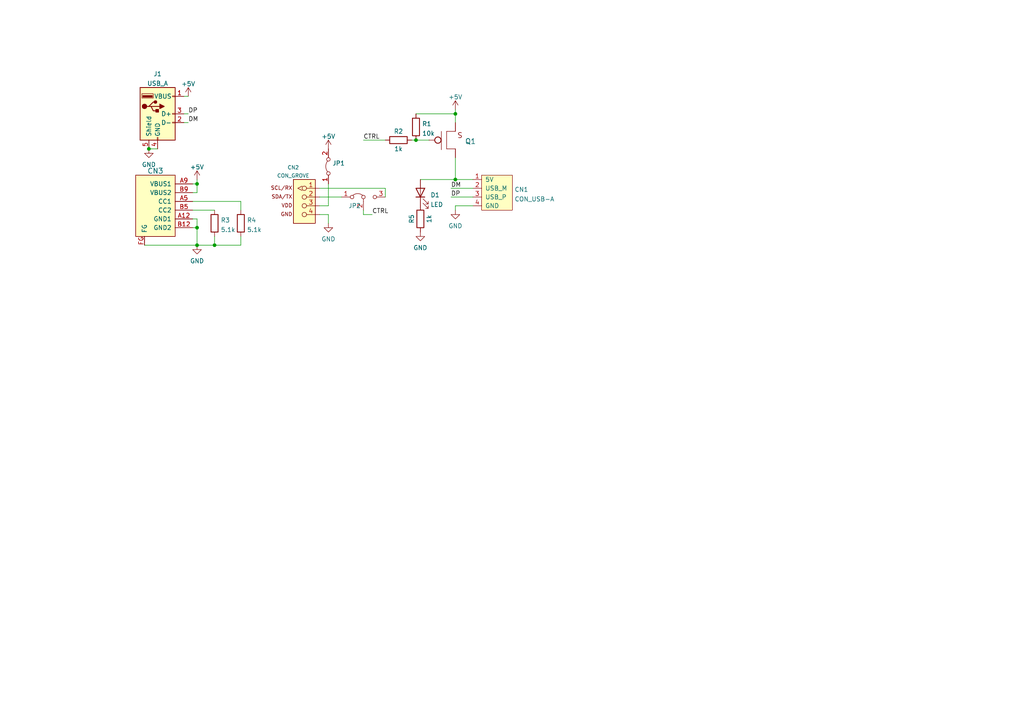
<source format=kicad_sch>
(kicad_sch (version 20211123) (generator eeschema)
  (paper "A4")
  (lib_symbols
    (symbol "Connector:USB_A" (pin_names (offset 1.016))
      (property "Reference" "J" (at -5.08 11.43 0))
      (property "Value" "USB_A" (at -5.08 8.89 0))
      (symbol "USB_A_0_1"
        (rectangle (start -5.08 -7.62) (end 5.08 7.62) (stroke (width 0.254)) (fill (type background)))
        (circle (center -3.81 2.159) (radius 0.635) (stroke (width 0.254)) (fill (type outline)))
        (rectangle (start -1.524 4.826) (end -4.318 5.334) (fill (type outline)))
        (rectangle (start -1.27 4.572) (end -4.572 5.842))
        (circle (center -0.635 3.429) (radius 0.381) (stroke (width 0.254)) (fill (type outline)))
        (rectangle (start -0.127 -7.62) (end 0.127 -6.858))
        (polyline (pts (xy -3.175 2.159) (xy -2.54 2.159) (xy -1.27 3.429) (xy -0.635 3.429)) (stroke (width 0.254)))
        (polyline (pts (xy -2.54 2.159) (xy -1.905 2.159) (xy -1.27 0.889) (xy 0 0.889)) (stroke (width 0.254)))
        (polyline (pts (xy 0.635 2.794) (xy 0.635 1.524) (xy 1.905 2.159) (xy 0.635 2.794)) (stroke (width 0.254)) (fill (type outline)))
        (rectangle (start 0.254 1.27) (end -0.508 0.508) (stroke (width 0.254)) (fill (type outline)))
        (rectangle (start 5.08 -2.667) (end 4.318 -2.413))
        (rectangle (start 5.08 -0.127) (end 4.318 0.127))
        (rectangle (start 5.08 4.953) (end 4.318 5.207))
      )
      (symbol "USB_A_1_1"
        (polyline (pts (xy -1.905 2.159) (xy 0.635 2.159)) (stroke (width 0.254)))
        (pin power_in line (at 7.62 5.08 180) (length 2.54) (name "VBUS") (number "1"))
        (pin bidirectional line (at 7.62 -2.54 180) (length 2.54) (name "D-") (number "2"))
        (pin bidirectional line (at 7.62 0 180) (length 2.54) (name "D+") (number "3"))
        (pin power_in line (at 0 -10.16 90) (length 2.54) (name "GND") (number "4"))
        (pin passive line (at -2.54 -10.16 90) (length 2.54) (name "Shield") (number "5"))
      )
    )
    (symbol "Device:LED" (pin_numbers hide) (pin_names (offset 1.016) hide)
      (property "Reference" "D" (at 0 2.54 0))
      (property "Value" "LED" (at 0 -2.54 0))
      (symbol "LED_0_1"
        (polyline (pts (xy -1.27 -1.27) (xy -1.27 1.27)) (stroke (width 0.254)))
        (polyline (pts (xy -1.27 0) (xy 1.27 0)))
        (polyline (pts (xy 1.27 -1.27) (xy 1.27 1.27) (xy -1.27 0) (xy 1.27 -1.27)) (stroke (width 0.254)))
        (polyline (pts (xy -3.048 -0.762) (xy -4.572 -2.286) (xy -3.81 -2.286) (xy -4.572 -2.286) (xy -4.572 -1.524)))
        (polyline (pts (xy -1.778 -0.762) (xy -3.302 -2.286) (xy -2.54 -2.286) (xy -3.302 -2.286) (xy -3.302 -1.524)))
      )
      (symbol "LED_1_1"
        (pin passive line (at -3.81 0 0) (length 2.54) (name "K") (number "1"))
        (pin passive line (at 3.81 0 180) (length 2.54) (name "A") (number "2"))
      )
    )
    (symbol "Device:R" (pin_numbers hide) (pin_names (offset 0))
      (property "Reference" "R" (at 2.032 0 90))
      (property "Value" "R" (at 0 0 90))
      (symbol "R_0_1"
        (rectangle (start -1.016 -2.54) (end 1.016 2.54) (stroke (width 0.254)))
      )
      (symbol "R_1_1"
        (pin passive line (at 0 3.81 270) (length 1.27) (name "~") (number "1"))
        (pin passive line (at 0 -3.81 90) (length 1.27) (name "~") (number "2"))
      )
    )
    (symbol "Jumper:Jumper_2_Bridged" (pin_names (offset 0) hide)
      (property "Reference" "JP" (at 0 1.905 0))
      (property "Value" "Jumper_2_Bridged" (at 0 -2.54 0))
      (symbol "Jumper_2_Bridged_0_0"
        (circle (center -2.032 0) (radius 0.508))
        (circle (center 2.032 0) (radius 0.508))
      )
      (symbol "Jumper_2_Bridged_0_1"
        (arc (start 1.524 0.254) (mid 0 0.762) (end -1.524 0.254))
      )
      (symbol "Jumper_2_Bridged_1_1"
        (pin passive line (at -5.08 0 0) (length 2.54) (name "A") (number "1"))
        (pin passive line (at 5.08 0 180) (length 2.54) (name "B") (number "2"))
      )
    )
    (symbol "Jumper:Jumper_3_Bridged12" (pin_names (offset 0) hide)
      (property "Reference" "JP" (at -2.54 -2.54 0))
      (property "Value" "Jumper_3_Bridged12" (at 0 2.794 0))
      (symbol "Jumper_3_Bridged12_0_0"
        (circle (center -3.302 0) (radius 0.508))
        (circle (center 0 0) (radius 0.508))
        (circle (center 3.302 0) (radius 0.508))
      )
      (symbol "Jumper_3_Bridged12_0_1"
        (arc (start -0.254 0.508) (mid -1.651 0.9912) (end -3.048 0.508))
        (polyline (pts (xy 0 -1.27) (xy 0 -0.508)))
      )
      (symbol "Jumper_3_Bridged12_1_1"
        (pin passive line (at -6.35 0 0) (length 2.54) (name "A") (number "1"))
        (pin input line (at 0 -3.81 90) (length 2.54) (name "C") (number "2"))
        (pin passive line (at 6.35 0 180) (length 2.54) (name "B") (number "3"))
      )
    )
    (symbol "akita:CON_GROVE" (pin_names (offset 1.016))
      (property "Reference" "CN" (at 0 3.81 0))
      (property "Value" "CON_GROVE" (at 3.81 -5.08 90))
      (symbol "CON_GROVE_1_0"
        (text "GND" (at 5.334 -5.588 0) (effects (font (size 1.0668 1.0668)) (justify left bottom)))
        (text "SCL/RX" (at 5.334 2.032 0) (effects (font (size 1.0668 1.0668)) (justify left bottom)))
        (text "SDA/TX" (at 5.334 -0.508 0) (effects (font (size 1.0668 1.0668)) (justify left bottom)))
        (text "VDD" (at 5.334 -3.048 0) (effects (font (size 1.0668 1.0668)) (justify left bottom)))
        (pin bidirectional inverted_clock (at -2.54 2.54 0) (length 5.08) (name "1") (number "1"))
        (pin bidirectional inverted (at -2.54 0 0) (length 5.08) (name "2") (number "2"))
        (pin bidirectional inverted (at -2.54 -2.54 0) (length 5.08) (name "3") (number "3"))
        (pin bidirectional inverted (at -2.54 -5.08 0) (length 5.08) (name "4") (number "4"))
      )
      (symbol "CON_GROVE_1_1"
        (rectangle (start -1.27 5.08) (end 5.08 -7.62) (stroke (width 0.2032)) (fill (type background)))
      )
    )
    (symbol "akita:CON_USB-A" (pin_names (offset 1.016))
      (property "Reference" "CN" (at 0 6.35 0))
      (property "Value" "CON_USB-A" (at 0 -6.35 0))
      (symbol "CON_USB-A_0_1"
        (rectangle (start 5.08 5.08) (end -3.81 -5.08) (fill (type background)))
      )
      (symbol "CON_USB-A_1_1"
        (pin power_in line (at 7.62 3.81 180) (length 2.54) (name "5V") (number "1"))
        (pin input line (at 7.62 1.27 180) (length 2.54) (name "USB_M") (number "2"))
        (pin input line (at 7.62 -1.27 180) (length 2.54) (name "USB_P") (number "3"))
        (pin power_in line (at 7.62 -3.81 180) (length 2.54) (name "GND") (number "4"))
      )
    )
    (symbol "akita:CON_USB-C-6" (pin_names (offset 1.016))
      (property "Reference" "CN" (at -2.54 -8.89 0))
      (symbol "CON_USB-C-6_1_0"
        (rectangle (start -7.62 10.16) (end 3.81 -7.62) (stroke (width 0.2032)) (fill (type background)))
        (pin bidirectional line (at -12.7 -2.54 0) (length 5.08) (name "GND1") (number "A12"))
        (pin bidirectional line (at -12.7 2.54 0) (length 5.08) (name "CC1") (number "A5"))
        (pin bidirectional line (at -12.7 7.62 0) (length 5.08) (name "VBUS1") (number "A9"))
        (pin bidirectional line (at -12.7 -5.08 0) (length 5.08) (name "GND2") (number "B12"))
        (pin bidirectional line (at -12.7 0 0) (length 5.08) (name "CC2") (number "B5"))
        (pin bidirectional line (at -12.7 5.08 0) (length 5.08) (name "VBUS2") (number "B9"))
      )
      (symbol "CON_USB-C-6_1_1"
        (pin input line (at 1.27 -10.16 90) (length 2.54) (name "FG") (number "FG"))
      )
    )
    (symbol "akita:TR_PMOS_IRLML6402" (pin_names (offset 1.016))
      (property "Reference" "Q" (at 3.302 2.794 0))
      (symbol "TR_PMOS_IRLML6402_1_0"
        (circle (center -2.54 0) (radius 0.9144) (stroke (width 0.254)))
        (polyline (pts (xy -3.556 0) (xy -5.08 0)))
        (polyline (pts (xy -1.524 2.54) (xy -1.524 -2.794)))
        (polyline (pts (xy 0 -2.54) (xy 2.54 -2.54)))
        (polyline (pts (xy 0 2.54) (xy 0 -2.54)))
        (polyline (pts (xy 2.54 2.54) (xy 0 2.54)))
        (text "S" (at 3.048 0.508 0) (effects (font (size 1.4986 1.4986)) (justify left bottom)))
        (pin bidirectional line (at -5.08 0 0) (length 0) (name "G") (number "1"))
        (pin bidirectional line (at 2.54 5.08 270) (length 2.54) (name "S") (number "2"))
        (pin bidirectional line (at 2.54 -5.08 90) (length 2.54) (name "D") (number "3"))
      )
    )
    (symbol "power:+5V" (power) (pin_names (offset 0))
      (property "Value" "+5V" (at 0 3.556 0))
      (symbol "+5V_0_1"
        (polyline (pts (xy -0.762 1.27) (xy 0 2.54)))
        (polyline (pts (xy 0 0) (xy 0 2.54)))
        (polyline (pts (xy 0 2.54) (xy 0.762 1.27)))
      )
      (symbol "+5V_1_1"
        (pin power_in line (at 0 0 90) (length 0) hide (name "+5V") (number "1"))
      )
    )
    (symbol "power:GND" (power) (pin_names (offset 0))
      (property "Value" "GND" (at 0 -3.81 0))
      (symbol "GND_0_1"
        (polyline (pts (xy 0 0) (xy 0 -1.27) (xy 1.27 -1.27) (xy 0 -2.54) (xy -1.27 -1.27) (xy 0 -1.27)))
      )
      (symbol "GND_1_1"
        (pin power_in line (at 0 0 270) (length 0) hide (name "GND") (number "1"))
      )
    )
  )
  (junction (at 132.08 33.02))
  (junction (at 43.18 43.18))
  (junction (at 57.15 66.04))
  (junction (at 132.08 52.07))
  (junction (at 120.65 40.64))
  (junction (at 57.15 71.12))
  (junction (at 62.23 71.12))
  (junction (at 57.15 53.34))
  (wire (pts (xy 57.15 63.5) (xy 57.15 66.04)))
  (wire (pts (xy 55.88 55.88) (xy 57.15 55.88)))
  (wire (pts (xy 69.85 71.12) (xy 69.85 68.58)))
  (wire (pts (xy 43.18 43.18) (xy 45.72 43.18)))
  (wire (pts (xy 105.41 62.23) (xy 107.95 62.23)))
  (wire (pts (xy 130.81 57.15) (xy 137.16 57.15)))
  (wire (pts (xy 55.88 63.5) (xy 57.15 63.5)))
  (wire (pts (xy 53.34 33.02) (xy 54.61 33.02)))
  (wire (pts (xy 132.08 59.69) (xy 132.08 60.96)))
  (wire (pts (xy 111.76 54.61) (xy 111.76 57.15)))
  (wire (pts (xy 119.38 40.64) (xy 120.65 40.64)))
  (wire (pts (xy 105.41 40.64) (xy 111.76 40.64)))
  (wire (pts (xy 105.41 60.96) (xy 105.41 62.23)))
  (wire (pts (xy 55.88 58.42) (xy 69.85 58.42)))
  (wire (pts (xy 132.08 52.07) (xy 132.08 45.72)))
  (wire (pts (xy 57.15 66.04) (xy 57.15 71.12)))
  (wire (pts (xy 55.88 53.34) (xy 57.15 53.34)))
  (wire (pts (xy 62.23 71.12) (xy 69.85 71.12)))
  (wire (pts (xy 55.88 60.96) (xy 62.23 60.96)))
  (wire (pts (xy 57.15 53.34) (xy 57.15 52.07)))
  (wire (pts (xy 57.15 55.88) (xy 57.15 53.34)))
  (wire (pts (xy 53.34 27.94) (xy 54.61 27.94)))
  (wire (pts (xy 95.25 62.23) (xy 95.25 64.77)))
  (wire (pts (xy 92.71 62.23) (xy 95.25 62.23)))
  (wire (pts (xy 92.71 54.61) (xy 111.76 54.61)))
  (wire (pts (xy 92.71 57.15) (xy 99.06 57.15)))
  (wire (pts (xy 95.25 59.69) (xy 95.25 53.34)))
  (wire (pts (xy 92.71 59.69) (xy 95.25 59.69)))
  (wire (pts (xy 62.23 68.58) (xy 62.23 71.12)))
  (wire (pts (xy 41.91 71.12) (xy 57.15 71.12)))
  (wire (pts (xy 121.92 52.07) (xy 132.08 52.07)))
  (wire (pts (xy 69.85 58.42) (xy 69.85 60.96)))
  (wire (pts (xy 132.08 33.02) (xy 132.08 35.56)))
  (wire (pts (xy 120.65 33.02) (xy 132.08 33.02)))
  (wire (pts (xy 53.34 35.56) (xy 54.61 35.56)))
  (wire (pts (xy 57.15 71.12) (xy 62.23 71.12)))
  (wire (pts (xy 55.88 66.04) (xy 57.15 66.04)))
  (wire (pts (xy 130.81 54.61) (xy 137.16 54.61)))
  (wire (pts (xy 132.08 33.02) (xy 132.08 31.75)))
  (wire (pts (xy 137.16 52.07) (xy 132.08 52.07)))
  (wire (pts (xy 137.16 59.69) (xy 132.08 59.69)))
  (wire (pts (xy 124.46 40.64) (xy 120.65 40.64)))
  (label "DP" (at 54.61 33.02 0))
  (label "DM" (at 130.81 54.61 0))
  (label "DP" (at 130.81 57.15 0))
  (label "DM" (at 54.61 35.56 0))
  (label "CTRL" (at 105.41 40.64 0))
  (label "CTRL" (at 107.95 62.23 0))
  (symbol (lib_id "power:GND") (at 121.92 67.31 0) (unit 1)
    (property "Reference" "#PWR09" (effects hide))
    (property "Value" "GND" (at 121.92 71.8725 0))
  )
  (symbol (lib_id "Device:LED") (at 121.92 55.88 90) (unit 1)
    (property "Reference" "D1" (at 124.841 56.559 90) (effects (justify right)))
    (property "Value" "LED" (at 124.841 59.3341 90) (effects (justify right)))
    (property "Footprint" "LED_SMD:LED_0603_1608Metric" (effects hide))
  )
  (symbol (lib_id "Connector:USB_A") (at 45.72 33.02 0) (unit 1)
    (property "Reference" "J1" (at 45.72 21.4335 0))
    (property "Value" "USB_A" (at 45.72 24.2086 0))
    (property "Footprint" "akita:USB-A_plug" (effects hide))
    (property "Datasheet" " ~" (effects hide))
  )
  (symbol (lib_id "Device:R") (at 121.92 63.5 180) (unit 1)
    (property "Reference" "R5" (at 119.38 63.5 90))
    (property "Value" "1k" (at 124.46 63.5 90))
    (property "Footprint" "Resistor_SMD:R_0603_1608Metric" (effects hide))
  )
  (symbol (lib_id "power:GND") (at 95.25 64.77 0) (unit 1)
    (property "Reference" "#PWR07" (effects hide))
    (property "Value" "GND" (at 95.25 69.3325 0))
  )
  (symbol (lib_id "power:+5V") (at 57.15 52.07 0) (unit 1)
    (property "Reference" "#PWR05" (effects hide))
    (property "Value" "+5V" (at 57.15 48.4655 0))
  )
  (symbol (lib_id "Jumper:Jumper_2_Bridged") (at 95.25 48.26 90) (unit 1)
    (property "Reference" "JP1" (at 96.393 47.3515 90) (effects (justify right)))
    (property "Value" "Jumper_2_Bridged" (effects hide))
    (property "Footprint" "Jumper:SolderJumper-2_P1.3mm_Bridged_Pad1.0x1.5mm" (effects hide))
  )
  (symbol (lib_id "power:+5V") (at 95.25 43.18 0) (unit 1)
    (property "Reference" "#PWR04" (effects hide))
    (property "Value" "+5V" (at 95.25 39.5755 0))
  )
  (symbol (lib_id "Device:R") (at 115.57 40.64 90) (unit 1)
    (property "Reference" "R2" (at 115.57 38.1 90))
    (property "Value" "1k" (at 115.57 43.18 90))
    (property "Footprint" "Resistor_SMD:R_0603_1608Metric" (effects hide))
  )
  (symbol (lib_id "akita:CON_USB-A") (at 144.78 55.88 0) (mirror y) (unit 1)
    (property "Reference" "CN1" (at 149.225 54.9715 0) (effects (justify right)))
    (property "Value" "CON_USB-A" (at 149.225 57.7466 0) (effects (justify right)))
    (property "Footprint" "Connector_USB:USB_A_Molex_67643_Horizontal" (effects hide))
  )
  (symbol (lib_id "power:GND") (at 43.18 43.18 0) (unit 1)
    (property "Reference" "#PWR03" (effects hide))
    (property "Value" "GND" (at 43.18 47.7425 0))
  )
  (symbol (lib_id "Device:R") (at 120.65 36.83 0) (unit 1)
    (property "Reference" "R1" (at 122.428 35.9215 0) (effects (justify left)))
    (property "Value" "10k" (at 122.428 38.6966 0) (effects (justify left)))
    (property "Footprint" "Resistor_SMD:R_0603_1608Metric" (effects hide))
  )
  (symbol (lib_id "Device:R") (at 69.85 64.77 0) (unit 1)
    (property "Reference" "R4" (at 71.628 63.8615 0) (effects (justify left)))
    (property "Value" "5.1k" (at 71.628 66.6366 0) (effects (justify left)))
    (property "Footprint" "Resistor_SMD:R_0603_1608Metric" (effects hide))
  )
  (symbol (lib_id "akita:CON_USB-C-6") (at 43.18 60.96 0) (mirror y) (unit 1)
    (property "Reference" "CN3" (at 45.085 49.5796 0) (effects (font (size 1.4986 1.4986))))
    (property "Value" "CON_USB-C-6" (effects hide))
    (property "Footprint" "akita:USB-C_6P" (effects hide))
  )
  (symbol (lib_id "power:+5V") (at 132.08 31.75 0) (unit 1)
    (property "Reference" "#PWR02" (effects hide))
    (property "Value" "+5V" (at 132.08 28.1455 0))
  )
  (symbol (lib_id "Device:R") (at 62.23 64.77 0) (unit 1)
    (property "Reference" "R3" (at 64.008 63.8615 0) (effects (justify left)))
    (property "Value" "5.1k" (at 64.008 66.6366 0) (effects (justify left)))
    (property "Footprint" "Resistor_SMD:R_0603_1608Metric" (effects hide))
  )
  (symbol (lib_id "power:+5V") (at 54.61 27.94 0) (unit 1)
    (property "Reference" "#PWR01" (effects hide))
    (property "Value" "+5V" (at 54.61 24.3355 0))
  )
  (symbol (lib_id "power:GND") (at 57.15 71.12 0) (unit 1)
    (property "Reference" "#PWR08" (effects hide))
    (property "Value" "GND" (at 57.15 75.6825 0))
  )
  (symbol (lib_id "power:GND") (at 132.08 60.96 0) (unit 1)
    (property "Reference" "#PWR06" (effects hide))
    (property "Value" "GND" (at 132.08 65.5225 0))
  )
  (symbol (lib_id "Jumper:Jumper_3_Bridged12") (at 105.41 57.15 0) (unit 1)
    (property "Reference" "JP2" (at 102.87 59.69 0))
    (property "Value" "Jumper_3_Bridged12" (effects hide))
    (property "Footprint" "Jumper:SolderJumper-3_P1.3mm_Bridged12_Pad1.0x1.5mm" (effects hide))
  )
  (symbol (lib_id "akita:TR_PMOS_IRLML6402") (at 129.54 40.64 0) (unit 1)
    (property "Reference" "Q1" (at 134.8374 41.0014 0) (effects (font (size 1.4986 1.4986)) (justify left)))
    (property "Value" "TR_PMOS_IRLML6402" (effects hide))
    (property "Footprint" "Package_TO_SOT_SMD:SOT-23" (effects hide))
  )
  (symbol (lib_id "akita:CON_GROVE") (at 90.17 57.15 0) (mirror y) (unit 1)
    (property "Reference" "CN2" (at 85.0487 48.5806 0) (effects (font (size 1.0668 1.0668))))
    (property "Value" "CON_GROVE" (at 85.0487 50.9523 0) (effects (font (size 1.0668 1.0668))))
    (property "Footprint" "akita:CON_GROVE_V" (effects hide))
  )
)
</source>
